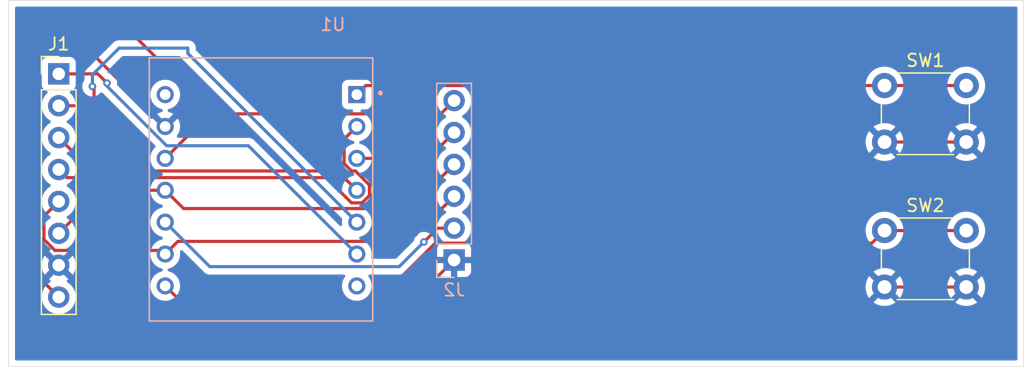
<source format=kicad_pcb>
(kicad_pcb (version 20241229) (generator "pcbnew") (generator_version "9.0")
  (layers (0 "F.Cu" signal) (2 "B.Cu" signal) (13 "F.Paste" user) (15 "B.Paste" user) (5 "F.SilkS" user "F.Silkscreen") (7 "B.SilkS" user "B.Silkscreen") (1 "F.Mask" user) (3 "B.Mask" user) (25 "Edge.Cuts" user))
  (net 0 "")
  (net 1 "/SCR_BUSY")
  (net 2 "/GND")
  (net 3 "/SPI_MOSI")
  (net 4 "/SCR_CS")
  (net 5 "/SCR_DC")
  (net 6 "/3V3")
  (net 7 "/SPI_SCK")
  (net 8 "/SCR_RST")
  (net 9 "/SD_CS")
  (net 10 "/SPI_MISO")
  (net 11 "/BTN_UP")
  (net 12 "/BTN_DOWN")
  (footprint "Connector_PinHeader_2.54mm:PinHeader_1x08_P2.54mm_Vertical" (layer "F.Cu") (at 131.11 54.16)
    (property "Reference" "J1" (at 0 -2.38 0) (layer "F.SilkS"))
    (property "Value" "Conn_01x08")
    (fp_line (start -1.38 -1.38) (end 0 -1.38) (stroke (width 0.12)) (layer "F.SilkS"))
    (fp_line (start -1.38 0) (end -1.38 -1.38) (stroke (width 0.12)) (layer "F.SilkS"))
    (fp_line (start -1.38 1.27) (end -1.38 19.16) (stroke (width 0.12)) (layer "F.SilkS"))
    (fp_line (start -1.38 1.27) (end 1.38 1.27) (stroke (width 0.12)) (layer "F.SilkS"))
    (fp_line (start -1.38 19.16) (end 1.38 19.16) (stroke (width 0.12)) (layer "F.SilkS"))
    (fp_line (start 1.38 1.27) (end 1.38 19.16) (stroke (width 0.12)) (layer "F.SilkS"))
    (pad "1" thru_hole rect (at 0 0) (size 1.7 1.7) (drill 1) (layers "*.Cu" "*.Mask") (net 1 "/SCR_BUSY"))
    (pad "2" thru_hole circle (at 0 2.54) (size 1.7 1.7) (drill 1) (layers "*.Cu" "*.Mask") (net 8 "/SCR_RST"))
    (pad "3" thru_hole circle (at 0 5.08) (size 1.7 1.7) (drill 1) (layers "*.Cu" "*.Mask") (net 5 "/SCR_DC"))
    (pad "4" thru_hole circle (at 0 7.62) (size 1.7 1.7) (drill 1) (layers "*.Cu" "*.Mask") (net 4 "/SCR_CS"))
    (pad "5" thru_hole circle (at 0 10.16) (size 1.7 1.7) (drill 1) (layers "*.Cu" "*.Mask") (net 7 "/SPI_SCK"))
    (pad "6" thru_hole circle (at 0 12.7) (size 1.7 1.7) (drill 1) (layers "*.Cu" "*.Mask") (net 3 "/SPI_MOSI"))
    (pad "7" thru_hole circle (at 0 15.24) (size 1.7 1.7) (drill 1) (layers "*.Cu" "*.Mask") (net 2 "/GND"))
    (pad "8" thru_hole circle (at 0 17.78) (size 1.7 1.7) (drill 1) (layers "*.Cu" "*.Mask") (net 6 "/3V3"))
  )
  (footprint "Button_Switch_THT:SW_PUSH_6mm" (layer "F.Cu") (at 196.8 55.09)
    (property "Reference" "SW1" (at 3.25 -2 0) (layer "F.SilkS"))
    (property "Value" "SW_Push")
    (fp_line (start -0.25 1.5) (end -0.25 3) (stroke (width 0.12)) (layer "F.SilkS"))
    (fp_line (start 1 5.5) (end 5.5 5.5) (stroke (width 0.12)) (layer "F.SilkS"))
    (fp_line (start 5.5 -1) (end 1 -1) (stroke (width 0.12)) (layer "F.SilkS"))
    (fp_line (start 6.75 3) (end 6.75 1.5) (stroke (width 0.12)) (layer "F.SilkS"))
    (pad "1" thru_hole circle (at 0 0 90) (size 2 2) (drill 1.1) (layers "*.Cu" "*.Mask") (net 11 "/BTN_UP"))
    (pad "1" thru_hole circle (at 6.5 0 90) (size 2 2) (drill 1.1) (layers "*.Cu" "*.Mask") (net 11 "/BTN_UP"))
    (pad "2" thru_hole circle (at 0 4.5 90) (size 2 2) (drill 1.1) (layers "*.Cu" "*.Mask") (net 2 "/GND"))
    (pad "2" thru_hole circle (at 6.5 4.5 90) (size 2 2) (drill 1.1) (layers "*.Cu" "*.Mask") (net 2 "/GND"))
  )
  (footprint "Button_Switch_THT:SW_PUSH_6mm" (layer "F.Cu") (at 196.8 66.64)
    (property "Reference" "SW2" (at 3.25 -2 0) (layer "F.SilkS"))
    (property "Value" "SW_Push")
    (fp_line (start -0.25 1.5) (end -0.25 3) (stroke (width 0.12)) (layer "F.SilkS"))
    (fp_line (start 1 5.5) (end 5.5 5.5) (stroke (width 0.12)) (layer "F.SilkS"))
    (fp_line (start 5.5 -1) (end 1 -1) (stroke (width 0.12)) (layer "F.SilkS"))
    (fp_line (start 6.75 3) (end 6.75 1.5) (stroke (width 0.12)) (layer "F.SilkS"))
    (pad "1" thru_hole circle (at 0 0 90) (size 2 2) (drill 1.1) (layers "*.Cu" "*.Mask") (net 12 "/BTN_DOWN"))
    (pad "1" thru_hole circle (at 6.5 0 90) (size 2 2) (drill 1.1) (layers "*.Cu" "*.Mask") (net 12 "/BTN_DOWN"))
    (pad "2" thru_hole circle (at 0 4.5 90) (size 2 2) (drill 1.1) (layers "*.Cu" "*.Mask") (net 2 "/GND"))
    (pad "2" thru_hole circle (at 6.5 4.5 90) (size 2 2) (drill 1.1) (layers "*.Cu" "*.Mask") (net 2 "/GND"))
  )
  (footprint "Connector_PinHeader_2.54mm:PinHeader_1x06_P2.54mm_Vertical" (layer "B.Cu") (at 162.56 68.99)
    (property "Reference" "J2" (at 0 2.38 0) (layer "B.SilkS") (effects (justify mirror)))
    (property "Value" "Conn_01x06")
    (fp_line (start -1.38 -14.08) (end 1.38 -14.08) (stroke (width 0.12)) (layer "B.SilkS"))
    (fp_line (start -1.38 -1.27) (end -1.38 -14.08) (stroke (width 0.12)) (layer "B.SilkS"))
    (fp_line (start -1.38 -1.27) (end 1.38 -1.27) (stroke (width 0.12)) (layer "B.SilkS"))
    (fp_line (start -1.38 0) (end -1.38 1.38) (stroke (width 0.12)) (layer "B.SilkS"))
    (fp_line (start -1.38 1.38) (end 0 1.38) (stroke (width 0.12)) (layer "B.SilkS"))
    (fp_line (start 1.38 -1.27) (end 1.38 -14.08) (stroke (width 0.12)) (layer "B.SilkS"))
    (pad "1" thru_hole rect (at 0 0) (size 1.7 1.7) (drill 1) (layers "*.Cu" "*.Mask") (net 2 "/GND"))
    (pad "2" thru_hole circle (at 0 -2.54) (size 1.7 1.7) (drill 1) (layers "*.Cu" "*.Mask") (net 10 "/SPI_MISO"))
    (pad "3" thru_hole circle (at 0 -5.08) (size 1.7 1.7) (drill 1) (layers "*.Cu" "*.Mask") (net 7 "/SPI_SCK"))
    (pad "4" thru_hole circle (at 0 -7.62) (size 1.7 1.7) (drill 1) (layers "*.Cu" "*.Mask") (net 3 "/SPI_MOSI"))
    (pad "5" thru_hole circle (at 0 -10.16) (size 1.7 1.7) (drill 1) (layers "*.Cu" "*.Mask") (net 9 "/SD_CS"))
    (pad "6" thru_hole circle (at 0 -12.7) (size 1.7 1.7) (drill 1) (layers "*.Cu" "*.Mask") (net 6 "/3V3"))
  )
  (footprint "XIAO_ESP32C3:MODULE_XIAO_ESP32C3" (layer "B.Cu") (at 147.2 63.3665 180)
    (property "Reference" "U1" (at -5.715 13.135 0) (layer "B.SilkS") (effects (justify mirror)))
    (property "Value" "XIAO_ESP32C3")
    (fp_line (start 8.89 10.4775) (end 8.89 -10.4775) (stroke (width 0.127)) (layer "B.SilkS"))
    (fp_line (start 8.89 -10.4775) (end -8.89 -10.4775) (stroke (width 0.127)) (layer "B.SilkS"))
    (fp_line (start -8.89 10.4775) (end 8.89 10.4775) (stroke (width 0.127)) (layer "B.SilkS"))
    (fp_line (start -8.89 -10.4775) (end -8.89 10.4775) (stroke (width 0.127)) (layer "B.SilkS"))
    (fp_circle (center -9.5 7.6835) (end -9.4 7.6835) (stroke (width 0.2)) (fill no) (layer "B.SilkS"))
    (pad "1" thru_hole rect (at -7.62 7.5565 180) (size 1.358 1.358) (drill 0.85) (layers "*.Cu" "*.Mask") (net 11 "/BTN_UP"))
    (pad "2" thru_hole circle (at -7.62 5.0165 180) (size 1.358 1.358) (drill 0.85) (layers "*.Cu" "*.Mask") (net 4 "/SCR_CS"))
    (pad "3" thru_hole circle (at -7.62 2.4765 180) (size 1.358 1.358) (drill 0.85) (layers "*.Cu" "*.Mask") (net 9 "/SD_CS"))
    (pad "4" thru_hole circle (at -7.62 -0.0635 180) (size 1.358 1.358) (drill 0.85) (layers "*.Cu" "*.Mask") (net 5 "/SCR_DC"))
    (pad "5" thru_hole circle (at -7.62 -2.6035 180) (size 1.358 1.358) (drill 0.85) (layers "*.Cu" "*.Mask") (net 8 "/SCR_RST"))
    (pad "6" thru_hole circle (at -7.62 -5.1435 180) (size 1.358 1.358) (drill 0.85) (layers "*.Cu" "*.Mask") (net 1 "/SCR_BUSY"))
    (pad "7" thru_hole circle (at -7.62 -7.6835 180) (size 1.358 1.358) (drill 0.85) (layers "*.Cu" "*.Mask"))
    (pad "8" thru_hole circle (at 7.62 -7.6835 180) (size 1.358 1.358) (drill 0.85) (layers "*.Cu" "*.Mask") (net 12 "/BTN_DOWN"))
    (pad "9" thru_hole circle (at 7.62 -5.1435 180) (size 1.358 1.358) (drill 0.85) (layers "*.Cu" "*.Mask") (net 7 "/SPI_SCK"))
    (pad "10" thru_hole circle (at 7.62 -2.6035 180) (size 1.358 1.358) (drill 0.85) (layers "*.Cu" "*.Mask") (net 10 "/SPI_MISO"))
    (pad "11" thru_hole circle (at 7.62 -0.0635 180) (size 1.358 1.358) (drill 0.85) (layers "*.Cu" "*.Mask") (net 3 "/SPI_MOSI"))
    (pad "12" thru_hole circle (at 7.62 2.4765 180) (size 1.358 1.358) (drill 0.85) (layers "*.Cu" "*.Mask") (net 6 "/3V3"))
    (pad "13" thru_hole circle (at 7.62 5.0165 180) (size 1.358 1.358) (drill 0.85) (layers "*.Cu" "*.Mask") (net 2 "/GND"))
    (pad "14" thru_hole circle (at 7.62 7.5565 180) (size 1.358 1.358) (drill 0.85) (layers "*.Cu" "*.Mask"))
  )
  (gr_rect (start 127.13 48.3) (end 207.88 77.49) (stroke (width 0.05)) (fill no) (layer "Edge.Cuts"))
  (segment (start 134.22 54.16) (end 134.95 54.89) (width 0.25) (layer "F.Cu") (net 1))
  (segment (start 131.11 54.16) (end 134.22 54.16) (width 0.25) (layer "F.Cu") (net 1))
  (via (at 134.95 54.89) (size 0.6) (drill 0.3) (layers "F.Cu" "B.Cu") (net 1))
  (segment (start 146.195 59.885) (end 154.82 68.51) (width 0.25) (layer "B.Cu") (net 1))
  (segment (start 139.693715 59.885) (end 146.195 59.885) (width 0.25) (layer "B.Cu") (net 1))
  (segment (start 134.95 55.141285) (end 139.693715 59.885) (width 0.25) (layer "B.Cu") (net 1))
  (segment (start 134.95 54.89) (end 134.95 55.141285) (width 0.25) (layer "B.Cu") (net 1))
  (segment (start 204.41 70.03) (end 203.3 71.14) (width 0.25) (layer "F.Cu") (net 2))
  (segment (start 129.483 67.773) (end 129.483 52.667) (width 0.25) (layer "F.Cu") (net 2))
  (segment (start 205.17 61.46) (end 205.17 70.03) (width 0.25) (layer "F.Cu") (net 2))
  (segment (start 205.17 70.03) (end 204.41 70.03) (width 0.25) (layer "F.Cu") (net 2))
  (segment (start 162.56 68.99) (end 156.38 75.17) (width 0.25) (layer "F.Cu") (net 2))
  (segment (start 203.3 59.59) (end 205.17 61.46) (width 0.25) (layer "F.Cu") (net 2))
  (segment (start 194.65 68.99) (end 162.56 68.99) (width 0.25) (layer "F.Cu") (net 2))
  (segment (start 203.3 59.59) (end 196.8 59.59) (width 0.25) (layer "F.Cu") (net 2))
  (segment (start 130.45 51.7) (end 132.93 51.7) (width 0.25) (layer "F.Cu") (net 2))
  (segment (start 132.93 51.7) (end 139.58 58.35) (width 0.25) (layer "F.Cu") (net 2))
  (segment (start 196.8 71.14) (end 194.65 68.99) (width 0.25) (layer "F.Cu") (net 2))
  (segment (start 156.38 75.17) (end 136.88 75.17) (width 0.25) (layer "F.Cu") (net 2))
  (segment (start 129.483 52.667) (end 130.45 51.7) (width 0.25) (layer "F.Cu") (net 2))
  (segment (start 131.11 69.4) (end 129.483 67.773) (width 0.25) (layer "F.Cu") (net 2))
  (segment (start 203.3 71.14) (end 196.8 71.14) (width 0.25) (layer "F.Cu") (net 2))
  (segment (start 136.88 75.17) (end 131.11 69.4) (width 0.25) (layer "F.Cu") (net 2))
  (segment (start 139.58 63.43) (end 134.54 63.43) (width 0.25) (layer "F.Cu") (net 3))
  (segment (start 134.54 63.43) (end 131.11 66.86) (width 0.25) (layer "F.Cu") (net 3))
  (segment (start 159.044 64.886) (end 162.56 61.37) (width 0.25) (layer "F.Cu") (net 3))
  (segment (start 139.58 63.43) (end 141.036 64.886) (width 0.25) (layer "F.Cu") (net 3))
  (segment (start 141.036 64.886) (end 159.044 64.886) (width 0.25) (layer "F.Cu") (net 3))
  (segment (start 154.706285 61.895) (end 154.403715 61.895) (width 0.25) (layer "F.Cu") (net 4))
  (segment (start 153.815 61.306285) (end 153.815 59.355) (width 0.25) (layer "F.Cu") (net 4))
  (segment (start 153.815 59.355) (end 154.82 58.35) (width 0.25) (layer "F.Cu") (net 4))
  (segment (start 155.825 63.013715) (end 154.706285 61.895) (width 0.25) (layer "F.Cu") (net 4))
  (segment (start 131.11 61.78) (end 131.755 62.425) (width 0.25) (layer "F.Cu") (net 4))
  (segment (start 155.825 63.846285) (end 155.825 63.013715) (width 0.25) (layer "F.Cu") (net 4))
  (segment (start 155.236285 64.435) (end 155.825 63.846285) (width 0.25) (layer "F.Cu") (net 4))
  (segment (start 154.403715 61.895) (end 153.815 61.306285) (width 0.25) (layer "F.Cu") (net 4))
  (segment (start 131.755 62.425) (end 152.39 62.425) (width 0.25) (layer "F.Cu") (net 4))
  (segment (start 152.39 62.425) (end 154.4 64.435) (width 0.25) (layer "F.Cu") (net 4))
  (segment (start 154.4 64.435) (end 155.236285 64.435) (width 0.25) (layer "F.Cu") (net 4))
  (segment (start 153.285 61.895) (end 154.82 63.43) (width 0.25) (layer "F.Cu") (net 5))
  (segment (start 131.11 59.24) (end 133.765 61.895) (width 0.25) (layer "F.Cu") (net 5))
  (segment (start 133.765 61.895) (end 153.285 61.895) (width 0.25) (layer "F.Cu") (net 5))
  (segment (start 143.34 57.345) (end 143.125 57.345) (width 0.25) (layer "F.Cu") (net 6))
  (segment (start 131.11 71.94) (end 128.83 69.66) (width 0.25) (layer "F.Cu") (net 6))
  (segment (start 161.505 57.345) (end 143.34 57.345) (width 0.25) (layer "F.Cu") (net 6))
  (segment (start 128.83 50.47) (end 136.465 50.47) (width 0.25) (layer "F.Cu") (net 6))
  (segment (start 143.125 57.345) (end 139.58 60.89) (width 0.25) (layer "F.Cu") (net 6))
  (segment (start 136.465 50.47) (end 143.34 57.345) (width 0.25) (layer "F.Cu") (net 6))
  (segment (start 128.83 69.66) (end 128.83 50.47) (width 0.25) (layer "F.Cu") (net 6))
  (segment (start 162.56 56.29) (end 161.505 57.345) (width 0.25) (layer "F.Cu") (net 6))
  (segment (start 158.965 67.505) (end 162.56 63.91) (width 0.25) (layer "F.Cu") (net 7))
  (segment (start 140.585 67.505) (end 158.965 67.505) (width 0.25) (layer "F.Cu") (net 7))
  (segment (start 130.810884 68.224) (end 129.934 67.347116) (width 0.25) (layer "F.Cu") (net 7))
  (segment (start 139.58 68.51) (end 139.294 68.224) (width 0.25) (layer "F.Cu") (net 7))
  (segment (start 139.58 68.51) (end 140.585 67.505) (width 0.25) (layer "F.Cu") (net 7))
  (segment (start 129.934 67.347116) (end 129.934 65.496) (width 0.25) (layer "F.Cu") (net 7))
  (segment (start 139.294 68.224) (end 130.810884 68.224) (width 0.25) (layer "F.Cu") (net 7))
  (segment (start 129.934 65.496) (end 131.11 64.32) (width 0.25) (layer "F.Cu") (net 7))
  (segment (start 131.11 56.7) (end 133.27 56.7) (width 0.25) (layer "F.Cu") (net 8))
  (segment (start 133.92 55.29) (end 133.79 55.16) (width 0.25) (layer "F.Cu") (net 8))
  (segment (start 133.27 56.7) (end 133.92 56.05) (width 0.25) (layer "F.Cu") (net 8))
  (segment (start 133.92 56.05) (end 133.92 55.29) (width 0.25) (layer "F.Cu") (net 8))
  (via (at 133.79 55.16) (size 0.6) (drill 0.3) (layers "F.Cu" "B.Cu") (net 8))
  (segment (start 141.38 52.11) (end 141.38 52.53) (width 0.25) (layer "B.Cu") (net 8))
  (segment (start 135.91 52.11) (end 141.38 52.11) (width 0.25) (layer "B.Cu") (net 8))
  (segment (start 133.79 55.16) (end 133.79 54.23) (width 0.25) (layer "B.Cu") (net 8))
  (segment (start 141.38 52.53) (end 154.82 65.97) (width 0.25) (layer "B.Cu") (net 8))
  (segment (start 133.79 54.23) (end 135.91 52.11) (width 0.25) (layer "B.Cu") (net 8))
  (segment (start 162.56 58.83) (end 160.5 60.89) (width 0.25) (layer "F.Cu") (net 9))
  (segment (start 160.5 60.89) (end 154.82 60.89) (width 0.25) (layer "F.Cu") (net 9))
  (segment (start 162.56 66.45) (end 161.26 66.45) (width 0.25) (layer "F.Cu") (net 10))
  (segment (start 161.26 66.45) (end 160.16 67.55) (width 0.25) (layer "F.Cu") (net 10))
  (via (at 160.16 67.55) (size 0.6) (drill 0.3) (layers "F.Cu" "B.Cu") (net 10))
  (segment (start 143.125 69.515) (end 139.58 65.97) (width 0.25) (layer "B.Cu") (net 10))
  (segment (start 160.16 67.55) (end 158.195 69.515) (width 0.25) (layer "B.Cu") (net 10))
  (segment (start 158.195 69.515) (end 143.125 69.515) (width 0.25) (layer "B.Cu") (net 10))
  (segment (start 203.3 55.09) (end 196.8 55.09) (width 0.25) (layer "F.Cu") (net 11))
  (segment (start 155.54 55.09) (end 154.82 55.81) (width 0.25) (layer "F.Cu") (net 11))
  (segment (start 196.8 55.09) (end 155.54 55.09) (width 0.25) (layer "F.Cu") (net 11))
  (segment (start 141.27 73.82) (end 141.27 72.74) (width 0.25) (layer "F.Cu") (net 12))
  (segment (start 195.8 67.64) (end 161.06 67.64) (width 0.25) (layer "F.Cu") (net 12))
  (segment (start 161.06 67.64) (end 154.88 73.82) (width 0.25) (layer "F.Cu") (net 12))
  (segment (start 203.3 66.64) (end 196.8 66.64) (width 0.25) (layer "F.Cu") (net 12))
  (segment (start 196.8 66.64) (end 195.8 67.64) (width 0.25) (layer "F.Cu") (net 12))
  (segment (start 154.88 73.82) (end 141.27 73.82) (width 0.25) (layer "F.Cu") (net 12))
  (segment (start 141.27 72.74) (end 139.58 71.05) (width 0.25) (layer "F.Cu") (net 12))
  (zone (net 2) (net_name "/GND") (layer "B.Cu") (connect_pads (clearance 0.5)) (min_thickness 0.25) (fill yes (thermal_gap 0.5) (thermal_bridge_width 0.5))
    (polygon (pts (xy 127.24 48.39) (xy 207.75 48.43) (xy 207.75 77.36) (xy 127.26 77.37)))
  )
)
</source>
